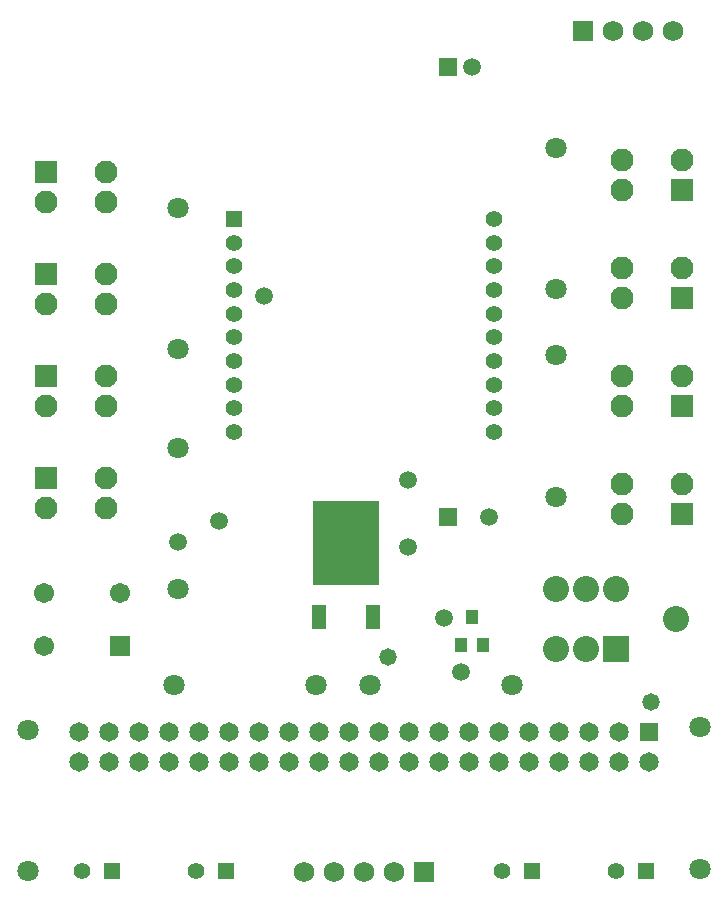
<source format=gts>
%FSLAX44Y44*%
%MOMM*%
G71*
G01*
G75*
G04 Layer_Color=8388736*
%ADD10R,0.9500X1.9000*%
%ADD11R,5.5000X6.9000*%
%ADD12R,0.9000X0.9500*%
%ADD13R,0.9000X0.9500*%
%ADD14C,0.3000*%
%ADD15C,1.6000*%
%ADD16R,1.3000X1.3000*%
%ADD17C,1.3000*%
%ADD18C,1.6500*%
%ADD19R,1.6500X1.6500*%
%ADD20C,1.2000*%
%ADD21R,1.2000X1.2000*%
%ADD22C,1.5000*%
%ADD23R,1.5000X1.5000*%
%ADD24R,1.5240X1.5240*%
%ADD25C,1.5240*%
%ADD26C,2.0000*%
%ADD27R,2.0000X2.0000*%
%ADD28R,1.2000X1.2000*%
%ADD29R,1.7500X1.7500*%
%ADD30C,1.7500*%
%ADD31C,1.2700*%
%ADD32C,0.2000*%
%ADD33C,0.2500*%
%ADD34C,0.2540*%
%ADD35R,19.0754X0.3302*%
%ADD36R,18.9738X0.0254*%
%ADD37R,3.0988X0.0254*%
%ADD38R,3.7338X0.0254*%
%ADD39R,1.8034X0.0254*%
%ADD40R,0.9398X0.0254*%
%ADD41R,3.4036X0.0254*%
%ADD42R,3.3782X0.0254*%
%ADD43R,5.9182X0.0254*%
%ADD44R,1.1684X0.0254*%
%ADD45R,3.4544X0.0254*%
%ADD46R,5.9944X0.0254*%
%ADD47R,1.2192X0.0254*%
%ADD48R,3.4544X0.0508*%
%ADD49R,3.4798X0.0254*%
%ADD50R,6.0198X0.0254*%
%ADD51R,3.5814X0.0254*%
%ADD52R,6.1468X0.0254*%
%ADD53R,3.6068X0.0508*%
%ADD54R,3.6068X0.0254*%
%ADD55R,6.1722X0.0254*%
%ADD56R,3.6830X0.0254*%
%ADD57R,3.6322X0.0254*%
%ADD58R,6.1976X0.0254*%
%ADD59R,1.2446X0.1016*%
%ADD60R,3.7084X0.0254*%
%ADD61R,6.2484X0.0254*%
%ADD62R,3.7592X0.0254*%
%ADD63R,6.2738X0.0254*%
%ADD64R,1.2446X0.0508*%
%ADD65R,0.2286X0.0254*%
%ADD66R,0.3556X0.0254*%
%ADD67R,0.2794X0.0254*%
%ADD68R,0.4318X0.0254*%
%ADD69R,0.2540X0.0254*%
%ADD70R,0.3302X0.0254*%
%ADD71R,0.4572X0.0254*%
%ADD72R,0.2032X0.0254*%
%ADD73R,0.2032X0.0508*%
%ADD74R,0.3302X0.0508*%
%ADD75R,0.2286X0.0508*%
%ADD76R,0.2540X0.0508*%
%ADD77R,0.3810X0.0254*%
%ADD78R,0.2794X0.0508*%
%ADD79R,0.2032X0.0762*%
%ADD80R,0.3810X0.0508*%
%ADD81R,0.3048X0.0254*%
%ADD82R,0.2540X0.0762*%
%ADD83R,0.2794X0.0762*%
%ADD84R,0.2032X0.1270*%
%ADD85R,0.3048X0.0508*%
%ADD86R,2.6416X0.0254*%
%ADD87R,2.3876X0.0254*%
%ADD88R,0.2032X0.3302*%
%ADD89R,2.6670X0.0254*%
%ADD90R,2.4384X0.0254*%
%ADD91R,2.7432X0.0254*%
%ADD92R,1.6510X0.0254*%
%ADD93R,2.7686X0.0254*%
%ADD94R,1.7780X0.0254*%
%ADD95R,2.7940X0.0254*%
%ADD96R,2.8448X0.0254*%
%ADD97R,1.8796X0.0254*%
%ADD98R,2.8194X0.0508*%
%ADD99R,1.9050X0.0508*%
%ADD100R,1.9558X0.0508*%
%ADD101R,0.2286X0.0762*%
%ADD102R,0.2286X0.1270*%
%ADD103R,0.2032X0.4318*%
%ADD104R,0.2032X0.1016*%
%ADD105R,0.2286X0.5842*%
%ADD106R,2.8448X0.0508*%
%ADD107R,2.9210X0.0254*%
%ADD108R,2.8702X0.0254*%
%ADD109R,2.8956X0.0508*%
%ADD110R,0.2032X0.1524*%
%ADD111R,2.9210X0.1016*%
%ADD112R,2.8956X0.0254*%
%ADD113R,0.5334X0.0508*%
%ADD114R,2.5146X0.0254*%
%ADD115R,0.2286X0.1016*%
%ADD116R,0.4064X0.0254*%
%ADD117R,0.3556X0.0508*%
%ADD118R,0.1524X0.0254*%
%ADD119R,0.1270X0.0254*%
%ADD120R,0.0508X0.0254*%
%ADD121R,0.0254X0.0254*%
%ADD122R,1.5748X0.0254*%
%ADD123R,1.5494X0.0254*%
%ADD124R,1.6256X0.0254*%
%ADD125R,1.6510X0.0762*%
%ADD126R,1.6764X0.0254*%
%ADD127R,1.6256X0.0508*%
%ADD128R,1.6764X0.1778*%
%ADD129R,1.4478X0.0254*%
%ADD130R,0.2286X0.3810*%
%ADD131R,1.8796X0.0762*%
%ADD132R,1.8288X0.0508*%
%ADD133R,1.7018X0.0254*%
%ADD134R,0.4318X0.0508*%
%ADD135R,0.8890X0.0254*%
%ADD136R,0.2540X0.1016*%
%ADD137R,0.9144X0.0254*%
%ADD138R,0.8128X0.0254*%
%ADD139R,0.8382X0.0254*%
%ADD140R,0.8636X0.0254*%
%ADD141R,0.9652X0.0254*%
%ADD142R,0.2032X0.1778*%
%ADD143R,0.2032X0.2032*%
%ADD144R,1.5240X0.0254*%
%ADD145R,1.7526X0.0254*%
%ADD146R,1.9050X0.0254*%
%ADD147R,0.2794X0.1016*%
%ADD148R,1.9304X0.0508*%
%ADD149R,1.7018X0.0508*%
%ADD150R,1.6764X0.0762*%
%ADD151R,1.6002X0.0508*%
%ADD152R,1.4986X0.0254*%
%ADD153R,1.4732X0.0254*%
%ADD154R,1.4478X0.0508*%
%ADD155R,0.2032X0.3048*%
%ADD156R,0.4826X0.0254*%
%ADD157R,0.5588X0.0508*%
%ADD158R,3.4290X0.0254*%
%ADD159R,0.5080X0.0254*%
%ADD160R,3.3782X0.0508*%
%ADD161R,0.5334X0.0254*%
%ADD162R,3.1496X0.0254*%
%ADD163R,3.2258X0.0254*%
%ADD164R,3.1750X0.0254*%
%ADD165R,3.0226X0.0254*%
%ADD166R,2.8194X0.0254*%
%ADD167R,1.8288X0.0254*%
%ADD168R,1.8034X0.0508*%
%ADD169R,1.6002X0.0254*%
%ADD170R,0.2032X0.5334*%
%ADD171R,0.1778X0.0254*%
%ADD172R,1.9812X0.0254*%
%ADD173R,4.2418X0.0508*%
%ADD174R,4.2164X0.0254*%
%ADD175R,4.1402X0.0254*%
%ADD176R,4.1148X0.0254*%
%ADD177R,4.0132X0.0254*%
%ADD178R,1.2192X0.1270*%
%ADD179R,2.0066X0.1270*%
%ADD180R,3.9624X0.0254*%
%ADD181R,3.9116X0.0254*%
%ADD182R,1.1430X0.0254*%
%ADD183R,1.9558X0.0254*%
%ADD184R,19.0754X0.2794*%
%ADD185R,1.1532X2.1032*%
%ADD186R,5.7032X7.1032*%
%ADD187R,1.1032X1.1532*%
%ADD188R,1.1032X1.1532*%
%ADD189C,1.8032*%
%ADD190R,1.5032X1.5032*%
%ADD191C,1.5032*%
%ADD192C,1.4032*%
%ADD193R,1.4032X1.4032*%
%ADD194C,1.7032*%
%ADD195R,1.7032X1.7032*%
%ADD196R,1.7272X1.7272*%
%ADD197C,1.7272*%
%ADD198C,2.2032*%
%ADD199R,2.2032X2.2032*%
%ADD200R,1.4032X1.4032*%
%ADD201R,1.9532X1.9532*%
%ADD202C,1.9532*%
%ADD203C,1.4732*%
G54D18*
X68700Y168700D02*
D03*
Y143300D02*
D03*
X94100Y168700D02*
D03*
Y143300D02*
D03*
X119500Y168700D02*
D03*
Y143300D02*
D03*
X144900Y168700D02*
D03*
Y143300D02*
D03*
X170300Y168700D02*
D03*
Y143300D02*
D03*
X195700Y168700D02*
D03*
Y143300D02*
D03*
X221100Y168700D02*
D03*
Y143300D02*
D03*
X246500Y168700D02*
D03*
Y143300D02*
D03*
X271900Y168700D02*
D03*
Y143300D02*
D03*
X297300Y168700D02*
D03*
Y143300D02*
D03*
X322700Y168700D02*
D03*
Y143300D02*
D03*
X348100Y168700D02*
D03*
Y143300D02*
D03*
X373500Y168700D02*
D03*
Y143300D02*
D03*
X398900Y168700D02*
D03*
Y143300D02*
D03*
X424300Y168700D02*
D03*
Y143300D02*
D03*
X449700Y168700D02*
D03*
Y143300D02*
D03*
X475100Y168700D02*
D03*
Y143300D02*
D03*
X500500Y168700D02*
D03*
Y143300D02*
D03*
X525900Y168700D02*
D03*
Y143300D02*
D03*
X551300D02*
D03*
G54D19*
Y168700D02*
D03*
G54D185*
X271840Y266380D02*
D03*
X317440D02*
D03*
G54D186*
X294640Y328380D02*
D03*
G54D187*
X401320Y265750D02*
D03*
X391820Y242250D02*
D03*
G54D188*
X410820D02*
D03*
G54D189*
X594360Y172720D02*
D03*
Y52720D02*
D03*
X472440Y543560D02*
D03*
Y663560D02*
D03*
Y487680D02*
D03*
Y367680D02*
D03*
X152400Y492760D02*
D03*
Y612760D02*
D03*
Y289560D02*
D03*
Y409560D02*
D03*
X25400Y50800D02*
D03*
Y170800D02*
D03*
X269240Y208280D02*
D03*
X149240D02*
D03*
X314960D02*
D03*
X434960D02*
D03*
G54D190*
X381000Y731520D02*
D03*
Y350520D02*
D03*
G54D191*
X401000Y731520D02*
D03*
X416000Y350520D02*
D03*
X152500Y330000D02*
D03*
X391820Y219242D02*
D03*
X225000Y537800D02*
D03*
X187500Y347500D02*
D03*
X347500Y325000D02*
D03*
X347500Y382500D02*
D03*
X377500Y265000D02*
D03*
G54D192*
X71120Y50800D02*
D03*
X167640D02*
D03*
X523240D02*
D03*
X426720D02*
D03*
X199880Y422920D02*
D03*
Y442920D02*
D03*
Y462920D02*
D03*
Y482920D02*
D03*
Y502920D02*
D03*
Y522920D02*
D03*
Y542920D02*
D03*
Y562920D02*
D03*
Y582920D02*
D03*
X419880Y422920D02*
D03*
Y442920D02*
D03*
Y462920D02*
D03*
Y482920D02*
D03*
Y502920D02*
D03*
Y522920D02*
D03*
Y542920D02*
D03*
Y562920D02*
D03*
Y582920D02*
D03*
Y602920D02*
D03*
G54D193*
X96520Y50800D02*
D03*
X193040D02*
D03*
X548640D02*
D03*
X452120D02*
D03*
G54D194*
X103620Y286660D02*
D03*
X38620Y241660D02*
D03*
Y286660D02*
D03*
G54D195*
X103620Y241660D02*
D03*
G54D196*
X360800Y50000D02*
D03*
X495300Y762000D02*
D03*
G54D197*
X335400Y50000D02*
D03*
X310000D02*
D03*
X284600D02*
D03*
X259200D02*
D03*
X571500Y762000D02*
D03*
X520700D02*
D03*
X546100D02*
D03*
G54D198*
X472440Y238760D02*
D03*
X497840Y289560D02*
D03*
X472440D02*
D03*
X523240D02*
D03*
X497840Y238760D02*
D03*
X574040Y264160D02*
D03*
G54D199*
X523240Y238760D02*
D03*
G54D200*
X199880Y602920D02*
D03*
G54D201*
X41040Y556260D02*
D03*
Y469900D02*
D03*
Y383540D02*
D03*
X578720Y627380D02*
D03*
Y535940D02*
D03*
Y444500D02*
D03*
Y353060D02*
D03*
X41040Y642620D02*
D03*
G54D202*
X91040Y556260D02*
D03*
Y530860D02*
D03*
X41040D02*
D03*
X91040Y469900D02*
D03*
Y444500D02*
D03*
X41040D02*
D03*
X91040Y383540D02*
D03*
Y358140D02*
D03*
X41040D02*
D03*
X528720Y627380D02*
D03*
Y652780D02*
D03*
X578720D02*
D03*
X528720Y535940D02*
D03*
Y561340D02*
D03*
X578720D02*
D03*
X528720Y444500D02*
D03*
Y469900D02*
D03*
X578720D02*
D03*
X528720Y353060D02*
D03*
Y378460D02*
D03*
X578720D02*
D03*
X91040Y642620D02*
D03*
Y617220D02*
D03*
X41040D02*
D03*
G54D203*
X552482Y193842D02*
D03*
X330000Y232500D02*
D03*
M02*

</source>
